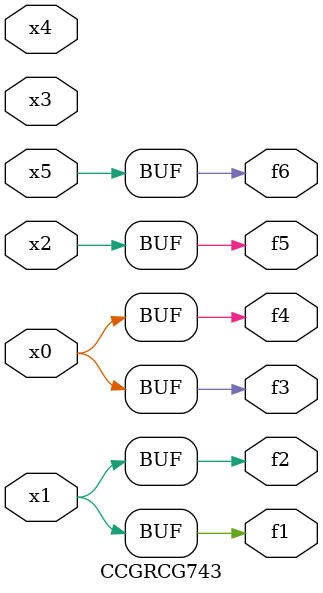
<source format=v>
module CCGRCG743(
	input x0, x1, x2, x3, x4, x5,
	output f1, f2, f3, f4, f5, f6
);
	assign f1 = x1;
	assign f2 = x1;
	assign f3 = x0;
	assign f4 = x0;
	assign f5 = x2;
	assign f6 = x5;
endmodule

</source>
